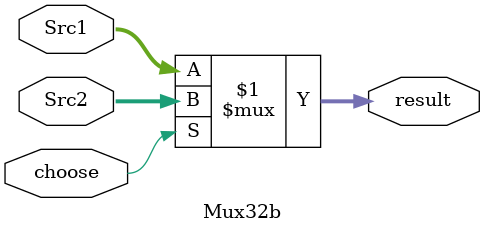
<source format=v>
module Mux32b(
    input [31:0]Src1, // 0 
    input [31:0]Src2, // 1
    input choose,
    output [31:0]result
);

assign result = choose? Src2:Src1;

endmodule
</source>
